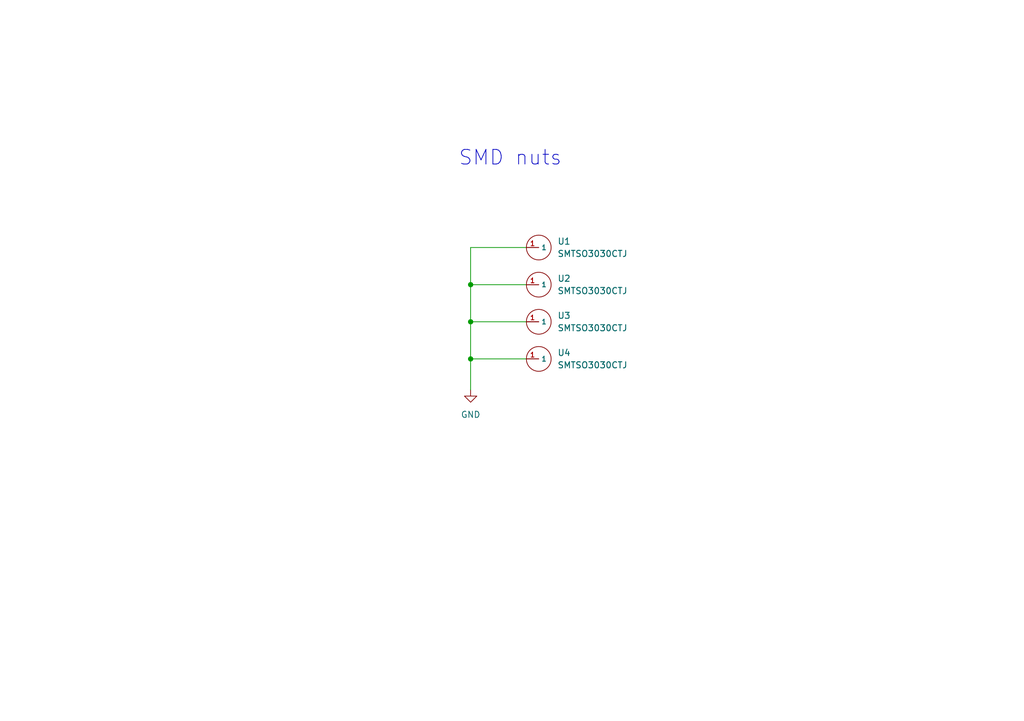
<source format=kicad_sch>
(kicad_sch (version 20211123) (generator eeschema)
  (paper "A5")
  (lib_symbols
    (symbol "MyParts:SMTSO3030CTJ"
      (property "Reference" "U?" (at 3.81 -5.0799 0))
      (property "Value" "SMTSO3030CTJ" (at 3.81 -7.6199 0))
      (symbol "SMTSO3030CTJ_0_0"
        (pin unspecified line (at -2.54 -6.35 0) (length 2.54) (name "1") (number "1"))
      )
      (symbol "SMTSO3030CTJ_0_1"
        (circle (center 0 -6.35) (radius 2.54) (stroke (width 0.1524)))
      )
    )
    (symbol "power:GND" (power) (pin_names (offset 0))
      (property "Value" "GND" (at 0 -3.81 0))
      (symbol "GND_0_1"
        (polyline (pts (xy 0 0) (xy 0 -1.27) (xy 1.27 -1.27) (xy 0 -2.54) (xy -1.27 -1.27) (xy 0 -1.27)))
      )
      (symbol "GND_1_1"
        (pin power_in line (at 0 0 270) (length 0) hide (name "GND") (number "1"))
      )
    )
  )
  (junction (at 96.52 73.66))
  (junction (at 96.52 58.42))
  (junction (at 96.52 66.04))
  (wire (pts (xy 107.95 66.04) (xy 96.52 66.04)))
  (wire (pts (xy 96.52 58.42) (xy 96.52 66.04)))
  (wire (pts (xy 96.52 73.66) (xy 96.52 80.01)))
  (wire (pts (xy 96.52 50.8) (xy 96.52 58.42)))
  (wire (pts (xy 107.95 58.42) (xy 96.52 58.42)))
  (wire (pts (xy 96.52 66.04) (xy 96.52 73.66)))
  (wire (pts (xy 107.95 50.8) (xy 96.52 50.8)))
  (wire (pts (xy 107.95 73.66) (xy 96.52 73.66)))
  (text "SMD nuts" (at 93.98 34.29 0) (effects (font (size 3 3)) (justify left bottom)))
  (symbol (lib_id "MyParts:SMTSO3030CTJ") (at 110.49 59.69 0) (unit 1)
    (property "Reference" "U3" (at 114.3 64.7699 0) (effects (justify left)))
    (property "Value" "SMTSO3030CTJ" (at 114.3 67.3099 0) (effects (justify left)))
    (property "Footprint" "footprint:SMTSO3030CTJ No hole" (effects hide))
    (property "LCSC #" "C2915308" (effects hide))
  )
  (symbol (lib_id "power:GND") (at 96.52 80.01 0) (unit 1)
    (property "Reference" "#PWR0101" (effects hide))
    (property "Value" "GND" (at 96.52 85.09 0))
  )
  (symbol (lib_id "MyParts:SMTSO3030CTJ") (at 110.49 44.45 0) (unit 1)
    (property "Reference" "U1" (at 114.3 49.5299 0) (effects (justify left)))
    (property "Value" "SMTSO3030CTJ" (at 114.3 52.0699 0) (effects (justify left)))
    (property "Footprint" "footprint:SMTSO3030CTJ No hole" (effects hide))
    (property "LCSC #" "C2915308" (effects hide))
  )
  (symbol (lib_id "MyParts:SMTSO3030CTJ") (at 110.49 67.31 0) (unit 1)
    (property "Reference" "U4" (at 114.3 72.3899 0) (effects (justify left)))
    (property "Value" "SMTSO3030CTJ" (at 114.3 74.9299 0) (effects (justify left)))
    (property "Footprint" "footprint:SMTSO3030CTJ No hole" (effects hide))
    (property "LCSC #" "C2915308" (effects hide))
  )
  (symbol (lib_id "MyParts:SMTSO3030CTJ") (at 110.49 52.07 0) (unit 1)
    (property "Reference" "U2" (at 114.3 57.1499 0) (effects (justify left)))
    (property "Value" "SMTSO3030CTJ" (at 114.3 59.6899 0) (effects (justify left)))
    (property "Footprint" "footprint:SMTSO3030CTJ No hole" (effects hide))
    (property "LCSC #" "C2915308" (effects hide))
  )
)
</source>
